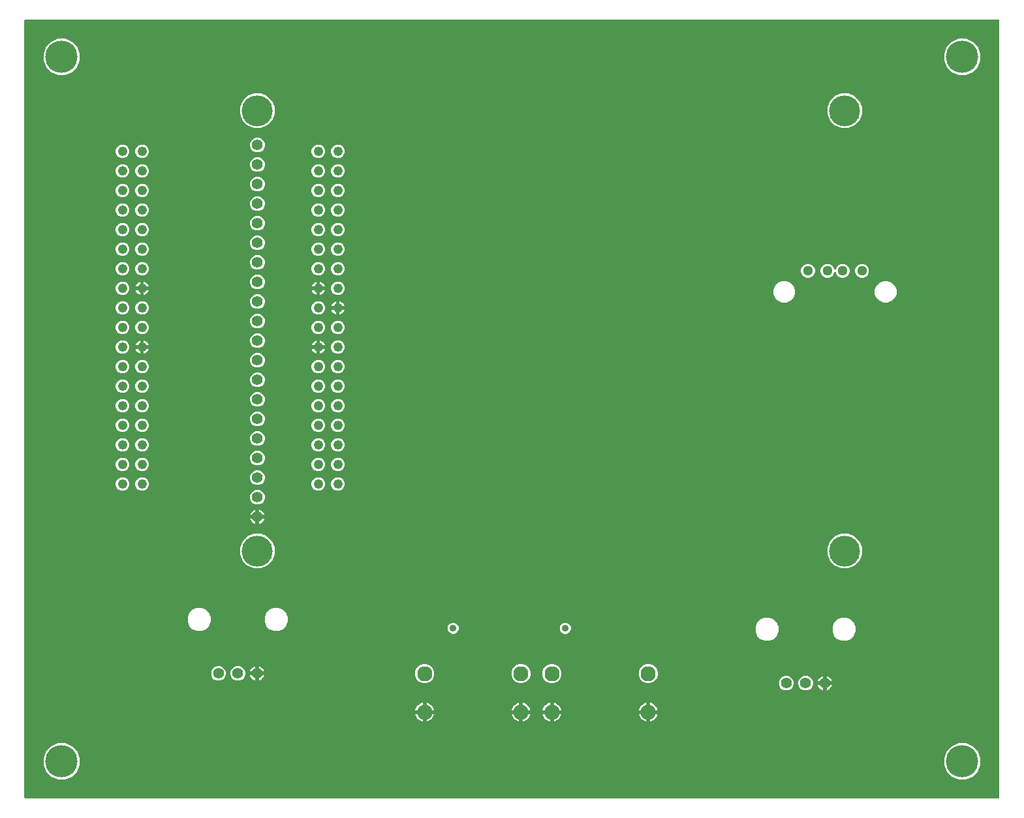
<source format=gbr>
G04 EAGLE Gerber RS-274X export*
G75*
%MOMM*%
%FSLAX34Y34*%
%LPD*%
%INCopper Layer 2*%
%IPPOS*%
%AMOC8*
5,1,8,0,0,1.08239X$1,22.5*%
G01*
%ADD10C,1.400000*%
%ADD11C,1.960000*%
%ADD12C,1.288000*%
%ADD13C,1.244600*%
%ADD14C,4.016000*%
%ADD15C,4.191000*%
%ADD16C,0.914400*%

G36*
X1266308Y2556D02*
X1266308Y2556D01*
X1266427Y2563D01*
X1266465Y2576D01*
X1266506Y2581D01*
X1266616Y2624D01*
X1266729Y2661D01*
X1266764Y2683D01*
X1266801Y2698D01*
X1266897Y2767D01*
X1266998Y2831D01*
X1267026Y2861D01*
X1267059Y2884D01*
X1267135Y2976D01*
X1267216Y3063D01*
X1267236Y3098D01*
X1267261Y3129D01*
X1267312Y3237D01*
X1267370Y3341D01*
X1267380Y3381D01*
X1267397Y3417D01*
X1267419Y3534D01*
X1267449Y3649D01*
X1267453Y3709D01*
X1267457Y3729D01*
X1267455Y3750D01*
X1267459Y3810D01*
X1267459Y1012190D01*
X1267444Y1012308D01*
X1267437Y1012427D01*
X1267424Y1012465D01*
X1267419Y1012506D01*
X1267376Y1012616D01*
X1267339Y1012729D01*
X1267317Y1012764D01*
X1267302Y1012801D01*
X1267233Y1012897D01*
X1267169Y1012998D01*
X1267139Y1013026D01*
X1267116Y1013059D01*
X1267024Y1013135D01*
X1266937Y1013216D01*
X1266902Y1013236D01*
X1266871Y1013261D01*
X1266763Y1013312D01*
X1266659Y1013370D01*
X1266619Y1013380D01*
X1266583Y1013397D01*
X1266466Y1013419D01*
X1266351Y1013449D01*
X1266291Y1013453D01*
X1266271Y1013457D01*
X1266250Y1013455D01*
X1266190Y1013459D01*
X3810Y1013459D01*
X3692Y1013444D01*
X3573Y1013437D01*
X3535Y1013424D01*
X3494Y1013419D01*
X3384Y1013376D01*
X3271Y1013339D01*
X3236Y1013317D01*
X3199Y1013302D01*
X3103Y1013233D01*
X3002Y1013169D01*
X2974Y1013139D01*
X2941Y1013116D01*
X2865Y1013024D01*
X2784Y1012937D01*
X2764Y1012902D01*
X2739Y1012871D01*
X2688Y1012763D01*
X2630Y1012659D01*
X2620Y1012619D01*
X2603Y1012583D01*
X2581Y1012466D01*
X2551Y1012351D01*
X2547Y1012291D01*
X2543Y1012271D01*
X2545Y1012250D01*
X2541Y1012190D01*
X2541Y3810D01*
X2556Y3692D01*
X2563Y3573D01*
X2576Y3535D01*
X2581Y3494D01*
X2624Y3384D01*
X2661Y3271D01*
X2683Y3236D01*
X2698Y3199D01*
X2767Y3103D01*
X2831Y3002D01*
X2861Y2974D01*
X2884Y2941D01*
X2976Y2865D01*
X3063Y2784D01*
X3098Y2764D01*
X3129Y2739D01*
X3237Y2688D01*
X3341Y2630D01*
X3381Y2620D01*
X3417Y2603D01*
X3534Y2581D01*
X3649Y2551D01*
X3709Y2547D01*
X3729Y2543D01*
X3750Y2545D01*
X3810Y2541D01*
X1266190Y2541D01*
X1266308Y2556D01*
G37*
%LPC*%
G36*
X1214526Y941704D02*
X1214526Y941704D01*
X1205891Y945281D01*
X1199281Y951891D01*
X1195704Y960526D01*
X1195704Y969874D01*
X1199281Y978509D01*
X1205891Y985119D01*
X1214526Y988696D01*
X1223874Y988696D01*
X1232509Y985119D01*
X1239119Y978509D01*
X1242696Y969874D01*
X1242696Y960526D01*
X1239119Y951891D01*
X1232509Y945281D01*
X1223874Y941704D01*
X1214526Y941704D01*
G37*
%LPD*%
%LPC*%
G36*
X46126Y941704D02*
X46126Y941704D01*
X37491Y945281D01*
X30881Y951891D01*
X27304Y960526D01*
X27304Y969874D01*
X30881Y978509D01*
X37491Y985119D01*
X46126Y988696D01*
X55474Y988696D01*
X64109Y985119D01*
X70719Y978509D01*
X74296Y969874D01*
X74296Y960526D01*
X70719Y951891D01*
X64109Y945281D01*
X55474Y941704D01*
X46126Y941704D01*
G37*
%LPD*%
%LPC*%
G36*
X1214526Y27304D02*
X1214526Y27304D01*
X1205891Y30881D01*
X1199281Y37491D01*
X1195704Y46126D01*
X1195704Y55474D01*
X1199281Y64109D01*
X1205891Y70719D01*
X1214526Y74296D01*
X1223874Y74296D01*
X1232509Y70719D01*
X1239119Y64109D01*
X1242696Y55474D01*
X1242696Y46126D01*
X1239119Y37491D01*
X1232509Y30881D01*
X1223874Y27304D01*
X1214526Y27304D01*
G37*
%LPD*%
%LPC*%
G36*
X46126Y27304D02*
X46126Y27304D01*
X37491Y30881D01*
X30881Y37491D01*
X27304Y46126D01*
X27304Y55474D01*
X30881Y64109D01*
X37491Y70719D01*
X46126Y74296D01*
X55474Y74296D01*
X64109Y70719D01*
X70719Y64109D01*
X74296Y55474D01*
X74296Y46126D01*
X70719Y37491D01*
X64109Y30881D01*
X55474Y27304D01*
X46126Y27304D01*
G37*
%LPD*%
%LPC*%
G36*
X1062300Y872729D02*
X1062300Y872729D01*
X1053986Y876173D01*
X1047623Y882536D01*
X1044179Y890850D01*
X1044179Y899850D01*
X1047623Y908164D01*
X1053986Y914527D01*
X1062300Y917971D01*
X1071300Y917971D01*
X1079614Y914527D01*
X1085977Y908164D01*
X1089421Y899850D01*
X1089421Y890850D01*
X1085977Y882536D01*
X1079614Y876173D01*
X1071300Y872729D01*
X1062300Y872729D01*
G37*
%LPD*%
%LPC*%
G36*
X300300Y872729D02*
X300300Y872729D01*
X291986Y876173D01*
X285623Y882536D01*
X282179Y890850D01*
X282179Y899850D01*
X285623Y908164D01*
X291986Y914527D01*
X300300Y917971D01*
X309300Y917971D01*
X317614Y914527D01*
X323977Y908164D01*
X327421Y899850D01*
X327421Y890850D01*
X323977Y882536D01*
X317614Y876173D01*
X309300Y872729D01*
X300300Y872729D01*
G37*
%LPD*%
%LPC*%
G36*
X300300Y301229D02*
X300300Y301229D01*
X291986Y304673D01*
X285623Y311036D01*
X282179Y319350D01*
X282179Y328350D01*
X285623Y336664D01*
X291986Y343027D01*
X300300Y346471D01*
X309300Y346471D01*
X317614Y343027D01*
X323977Y336664D01*
X327421Y328350D01*
X327421Y319350D01*
X323977Y311036D01*
X317614Y304673D01*
X309300Y301229D01*
X300300Y301229D01*
G37*
%LPD*%
%LPC*%
G36*
X1062300Y301229D02*
X1062300Y301229D01*
X1053986Y304673D01*
X1047623Y311036D01*
X1044179Y319350D01*
X1044179Y328350D01*
X1047623Y336664D01*
X1053986Y343027D01*
X1062300Y346471D01*
X1071300Y346471D01*
X1079614Y343027D01*
X1085977Y336664D01*
X1089421Y328350D01*
X1089421Y319350D01*
X1085977Y311036D01*
X1079614Y304673D01*
X1071300Y301229D01*
X1062300Y301229D01*
G37*
%LPD*%
%LPC*%
G36*
X326408Y220059D02*
X326408Y220059D01*
X320880Y222349D01*
X316649Y226580D01*
X314359Y232108D01*
X314359Y238092D01*
X316649Y243620D01*
X320880Y247851D01*
X326408Y250141D01*
X332392Y250141D01*
X337920Y247851D01*
X342151Y243620D01*
X344441Y238092D01*
X344441Y232108D01*
X342151Y226580D01*
X337920Y222349D01*
X332392Y220059D01*
X326408Y220059D01*
G37*
%LPD*%
%LPC*%
G36*
X963008Y207359D02*
X963008Y207359D01*
X957480Y209649D01*
X953249Y213880D01*
X950959Y219408D01*
X950959Y225392D01*
X953249Y230920D01*
X957480Y235151D01*
X963008Y237441D01*
X968992Y237441D01*
X974520Y235151D01*
X978751Y230920D01*
X981041Y225392D01*
X981041Y219408D01*
X978751Y213880D01*
X974520Y209649D01*
X968992Y207359D01*
X963008Y207359D01*
G37*
%LPD*%
%LPC*%
G36*
X1063008Y207359D02*
X1063008Y207359D01*
X1057480Y209649D01*
X1053249Y213880D01*
X1050959Y219408D01*
X1050959Y225392D01*
X1053249Y230920D01*
X1057480Y235151D01*
X1063008Y237441D01*
X1068992Y237441D01*
X1074520Y235151D01*
X1078751Y230920D01*
X1081041Y225392D01*
X1081041Y219408D01*
X1078751Y213880D01*
X1074520Y209649D01*
X1068992Y207359D01*
X1063008Y207359D01*
G37*
%LPD*%
%LPC*%
G36*
X226408Y220059D02*
X226408Y220059D01*
X220880Y222349D01*
X216649Y226580D01*
X214359Y232108D01*
X214359Y238092D01*
X216649Y243620D01*
X220880Y247851D01*
X226408Y250141D01*
X232392Y250141D01*
X237920Y247851D01*
X242151Y243620D01*
X244441Y238092D01*
X244441Y232108D01*
X242151Y226580D01*
X237920Y222349D01*
X232392Y220059D01*
X226408Y220059D01*
G37*
%LPD*%
%LPC*%
G36*
X1117007Y646259D02*
X1117007Y646259D01*
X1111847Y648397D01*
X1107897Y652347D01*
X1105759Y657507D01*
X1105759Y663093D01*
X1107897Y668253D01*
X1111847Y672203D01*
X1117007Y674341D01*
X1122593Y674341D01*
X1127753Y672203D01*
X1131703Y668253D01*
X1133841Y663093D01*
X1133841Y657507D01*
X1131703Y652347D01*
X1127753Y648397D01*
X1122593Y646259D01*
X1117007Y646259D01*
G37*
%LPD*%
%LPC*%
G36*
X985607Y646259D02*
X985607Y646259D01*
X980447Y648397D01*
X976497Y652347D01*
X974359Y657507D01*
X974359Y663093D01*
X976497Y668253D01*
X980447Y672203D01*
X985607Y674341D01*
X991193Y674341D01*
X996353Y672203D01*
X1000303Y668253D01*
X1002441Y663093D01*
X1002441Y657507D01*
X1000303Y652347D01*
X996353Y648397D01*
X991193Y646259D01*
X985607Y646259D01*
G37*
%LPD*%
%LPC*%
G36*
X1042314Y678419D02*
X1042314Y678419D01*
X1039013Y679786D01*
X1036486Y682313D01*
X1035119Y685614D01*
X1035119Y689186D01*
X1036486Y692487D01*
X1039013Y695014D01*
X1042314Y696381D01*
X1045886Y696381D01*
X1049187Y695014D01*
X1051714Y692487D01*
X1052927Y689557D01*
X1052996Y689436D01*
X1053061Y689313D01*
X1053075Y689298D01*
X1053085Y689280D01*
X1053182Y689180D01*
X1053275Y689078D01*
X1053292Y689067D01*
X1053306Y689052D01*
X1053425Y688979D01*
X1053541Y688903D01*
X1053560Y688896D01*
X1053577Y688886D01*
X1053710Y688845D01*
X1053842Y688800D01*
X1053862Y688798D01*
X1053881Y688792D01*
X1054020Y688786D01*
X1054159Y688774D01*
X1054179Y688778D01*
X1054199Y688777D01*
X1054335Y688805D01*
X1054472Y688829D01*
X1054491Y688837D01*
X1054510Y688841D01*
X1054636Y688903D01*
X1054762Y688959D01*
X1054778Y688972D01*
X1054796Y688981D01*
X1054902Y689071D01*
X1055010Y689158D01*
X1055023Y689174D01*
X1055038Y689187D01*
X1055118Y689301D01*
X1055202Y689412D01*
X1055214Y689437D01*
X1055221Y689447D01*
X1055228Y689467D01*
X1055273Y689557D01*
X1056486Y692487D01*
X1059013Y695014D01*
X1062314Y696381D01*
X1065886Y696381D01*
X1069187Y695014D01*
X1071714Y692487D01*
X1073081Y689186D01*
X1073081Y685614D01*
X1071714Y682313D01*
X1069187Y679786D01*
X1065886Y678419D01*
X1062314Y678419D01*
X1059013Y679786D01*
X1056486Y682313D01*
X1055273Y685243D01*
X1055204Y685364D01*
X1055139Y685487D01*
X1055125Y685502D01*
X1055115Y685520D01*
X1055018Y685620D01*
X1054925Y685722D01*
X1054908Y685733D01*
X1054894Y685748D01*
X1054776Y685821D01*
X1054659Y685897D01*
X1054640Y685904D01*
X1054623Y685914D01*
X1054490Y685955D01*
X1054358Y686000D01*
X1054338Y686002D01*
X1054319Y686008D01*
X1054180Y686014D01*
X1054041Y686026D01*
X1054021Y686022D01*
X1054001Y686023D01*
X1053865Y685995D01*
X1053728Y685971D01*
X1053710Y685963D01*
X1053690Y685959D01*
X1053564Y685897D01*
X1053438Y685841D01*
X1053422Y685828D01*
X1053404Y685819D01*
X1053298Y685728D01*
X1053190Y685642D01*
X1053177Y685626D01*
X1053162Y685613D01*
X1053082Y685498D01*
X1052998Y685388D01*
X1052986Y685363D01*
X1052979Y685353D01*
X1052972Y685333D01*
X1052927Y685243D01*
X1051714Y682313D01*
X1049187Y679786D01*
X1045886Y678419D01*
X1042314Y678419D01*
G37*
%LPD*%
%LPC*%
G36*
X809345Y152359D02*
X809345Y152359D01*
X804810Y154238D01*
X801338Y157710D01*
X799459Y162245D01*
X799459Y167155D01*
X801338Y171690D01*
X804810Y175162D01*
X809345Y177041D01*
X814255Y177041D01*
X818790Y175162D01*
X822262Y171690D01*
X824141Y167155D01*
X824141Y162245D01*
X822262Y157710D01*
X818790Y154238D01*
X814255Y152359D01*
X809345Y152359D01*
G37*
%LPD*%
%LPC*%
G36*
X519245Y152359D02*
X519245Y152359D01*
X514710Y154238D01*
X511238Y157710D01*
X509359Y162245D01*
X509359Y167155D01*
X511238Y171690D01*
X514710Y175162D01*
X519245Y177041D01*
X524155Y177041D01*
X528690Y175162D01*
X532162Y171690D01*
X534041Y167155D01*
X534041Y162245D01*
X532162Y157710D01*
X528690Y154238D01*
X524155Y152359D01*
X519245Y152359D01*
G37*
%LPD*%
%LPC*%
G36*
X644245Y152359D02*
X644245Y152359D01*
X639710Y154238D01*
X636238Y157710D01*
X634359Y162245D01*
X634359Y167155D01*
X636238Y171690D01*
X639710Y175162D01*
X644245Y177041D01*
X649155Y177041D01*
X653690Y175162D01*
X657162Y171690D01*
X659041Y167155D01*
X659041Y162245D01*
X657162Y157710D01*
X653690Y154238D01*
X649155Y152359D01*
X644245Y152359D01*
G37*
%LPD*%
%LPC*%
G36*
X684345Y152359D02*
X684345Y152359D01*
X679810Y154238D01*
X676338Y157710D01*
X674459Y162245D01*
X674459Y167155D01*
X676338Y171690D01*
X679810Y175162D01*
X684345Y177041D01*
X689255Y177041D01*
X693790Y175162D01*
X697262Y171690D01*
X699141Y167155D01*
X699141Y162245D01*
X697262Y157710D01*
X693790Y154238D01*
X689255Y152359D01*
X684345Y152359D01*
G37*
%LPD*%
%LPC*%
G36*
X302902Y841359D02*
X302902Y841359D01*
X299396Y842812D01*
X296712Y845496D01*
X295259Y849002D01*
X295259Y852798D01*
X296712Y856304D01*
X299396Y858988D01*
X302902Y860441D01*
X306698Y860441D01*
X310204Y858988D01*
X312888Y856304D01*
X314341Y852798D01*
X314341Y849002D01*
X312888Y845496D01*
X310204Y842812D01*
X306698Y841359D01*
X302902Y841359D01*
G37*
%LPD*%
%LPC*%
G36*
X302902Y688959D02*
X302902Y688959D01*
X299396Y690412D01*
X296712Y693096D01*
X295259Y696602D01*
X295259Y700398D01*
X296712Y703904D01*
X299396Y706588D01*
X302902Y708041D01*
X306698Y708041D01*
X310204Y706588D01*
X312888Y703904D01*
X314341Y700398D01*
X314341Y696602D01*
X312888Y693096D01*
X310204Y690412D01*
X306698Y688959D01*
X302902Y688959D01*
G37*
%LPD*%
%LPC*%
G36*
X302902Y561959D02*
X302902Y561959D01*
X299396Y563412D01*
X296712Y566096D01*
X295259Y569602D01*
X295259Y573398D01*
X296712Y576904D01*
X299396Y579588D01*
X302902Y581041D01*
X306698Y581041D01*
X310204Y579588D01*
X312888Y576904D01*
X314341Y573398D01*
X314341Y569602D01*
X312888Y566096D01*
X310204Y563412D01*
X306698Y561959D01*
X302902Y561959D01*
G37*
%LPD*%
%LPC*%
G36*
X302902Y384159D02*
X302902Y384159D01*
X299396Y385612D01*
X296712Y388296D01*
X295259Y391802D01*
X295259Y395598D01*
X296712Y399104D01*
X299396Y401788D01*
X302902Y403241D01*
X306698Y403241D01*
X310204Y401788D01*
X312888Y399104D01*
X314341Y395598D01*
X314341Y391802D01*
X312888Y388296D01*
X310204Y385612D01*
X306698Y384159D01*
X302902Y384159D01*
G37*
%LPD*%
%LPC*%
G36*
X302902Y815959D02*
X302902Y815959D01*
X299396Y817412D01*
X296712Y820096D01*
X295259Y823602D01*
X295259Y827398D01*
X296712Y830904D01*
X299396Y833588D01*
X302902Y835041D01*
X306698Y835041D01*
X310204Y833588D01*
X312888Y830904D01*
X314341Y827398D01*
X314341Y823602D01*
X312888Y820096D01*
X310204Y817412D01*
X306698Y815959D01*
X302902Y815959D01*
G37*
%LPD*%
%LPC*%
G36*
X302902Y536559D02*
X302902Y536559D01*
X299396Y538012D01*
X296712Y540696D01*
X295259Y544202D01*
X295259Y547998D01*
X296712Y551504D01*
X299396Y554188D01*
X302902Y555641D01*
X306698Y555641D01*
X310204Y554188D01*
X312888Y551504D01*
X314341Y547998D01*
X314341Y544202D01*
X312888Y540696D01*
X310204Y538012D01*
X306698Y536559D01*
X302902Y536559D01*
G37*
%LPD*%
%LPC*%
G36*
X302902Y765159D02*
X302902Y765159D01*
X299396Y766612D01*
X296712Y769296D01*
X295259Y772802D01*
X295259Y776598D01*
X296712Y780104D01*
X299396Y782788D01*
X302902Y784241D01*
X306698Y784241D01*
X310204Y782788D01*
X312888Y780104D01*
X314341Y776598D01*
X314341Y772802D01*
X312888Y769296D01*
X310204Y766612D01*
X306698Y765159D01*
X302902Y765159D01*
G37*
%LPD*%
%LPC*%
G36*
X302902Y612759D02*
X302902Y612759D01*
X299396Y614212D01*
X296712Y616896D01*
X295259Y620402D01*
X295259Y624198D01*
X296712Y627704D01*
X299396Y630388D01*
X302902Y631841D01*
X306698Y631841D01*
X310204Y630388D01*
X312888Y627704D01*
X314341Y624198D01*
X314341Y620402D01*
X312888Y616896D01*
X310204Y614212D01*
X306698Y612759D01*
X302902Y612759D01*
G37*
%LPD*%
%LPC*%
G36*
X302902Y790559D02*
X302902Y790559D01*
X299396Y792012D01*
X296712Y794696D01*
X295259Y798202D01*
X295259Y801998D01*
X296712Y805504D01*
X299396Y808188D01*
X302902Y809641D01*
X306698Y809641D01*
X310204Y808188D01*
X312888Y805504D01*
X314341Y801998D01*
X314341Y798202D01*
X312888Y794696D01*
X310204Y792012D01*
X306698Y790559D01*
X302902Y790559D01*
G37*
%LPD*%
%LPC*%
G36*
X302902Y663559D02*
X302902Y663559D01*
X299396Y665012D01*
X296712Y667696D01*
X295259Y671202D01*
X295259Y674998D01*
X296712Y678504D01*
X299396Y681188D01*
X302902Y682641D01*
X306698Y682641D01*
X310204Y681188D01*
X312888Y678504D01*
X314341Y674998D01*
X314341Y671202D01*
X312888Y667696D01*
X310204Y665012D01*
X306698Y663559D01*
X302902Y663559D01*
G37*
%LPD*%
%LPC*%
G36*
X302902Y409559D02*
X302902Y409559D01*
X299396Y411012D01*
X296712Y413696D01*
X295259Y417202D01*
X295259Y420998D01*
X296712Y424504D01*
X299396Y427188D01*
X302902Y428641D01*
X306698Y428641D01*
X310204Y427188D01*
X312888Y424504D01*
X314341Y420998D01*
X314341Y417202D01*
X312888Y413696D01*
X310204Y411012D01*
X306698Y409559D01*
X302902Y409559D01*
G37*
%LPD*%
%LPC*%
G36*
X302902Y434959D02*
X302902Y434959D01*
X299396Y436412D01*
X296712Y439096D01*
X295259Y442602D01*
X295259Y446398D01*
X296712Y449904D01*
X299396Y452588D01*
X302902Y454041D01*
X306698Y454041D01*
X310204Y452588D01*
X312888Y449904D01*
X314341Y446398D01*
X314341Y442602D01*
X312888Y439096D01*
X310204Y436412D01*
X306698Y434959D01*
X302902Y434959D01*
G37*
%LPD*%
%LPC*%
G36*
X302902Y460359D02*
X302902Y460359D01*
X299396Y461812D01*
X296712Y464496D01*
X295259Y468002D01*
X295259Y471798D01*
X296712Y475304D01*
X299396Y477988D01*
X302902Y479441D01*
X306698Y479441D01*
X310204Y477988D01*
X312888Y475304D01*
X314341Y471798D01*
X314341Y468002D01*
X312888Y464496D01*
X310204Y461812D01*
X306698Y460359D01*
X302902Y460359D01*
G37*
%LPD*%
%LPC*%
G36*
X989102Y142859D02*
X989102Y142859D01*
X985596Y144312D01*
X982912Y146996D01*
X981459Y150502D01*
X981459Y154298D01*
X982912Y157804D01*
X985596Y160488D01*
X989102Y161941D01*
X992898Y161941D01*
X996404Y160488D01*
X999088Y157804D01*
X1000541Y154298D01*
X1000541Y150502D01*
X999088Y146996D01*
X996404Y144312D01*
X992898Y142859D01*
X989102Y142859D01*
G37*
%LPD*%
%LPC*%
G36*
X1014102Y142859D02*
X1014102Y142859D01*
X1010596Y144312D01*
X1007912Y146996D01*
X1006459Y150502D01*
X1006459Y154298D01*
X1007912Y157804D01*
X1010596Y160488D01*
X1014102Y161941D01*
X1017898Y161941D01*
X1021404Y160488D01*
X1024088Y157804D01*
X1025541Y154298D01*
X1025541Y150502D01*
X1024088Y146996D01*
X1021404Y144312D01*
X1017898Y142859D01*
X1014102Y142859D01*
G37*
%LPD*%
%LPC*%
G36*
X252502Y155559D02*
X252502Y155559D01*
X248996Y157012D01*
X246312Y159696D01*
X244859Y163202D01*
X244859Y166998D01*
X246312Y170504D01*
X248996Y173188D01*
X252502Y174641D01*
X256298Y174641D01*
X259804Y173188D01*
X262488Y170504D01*
X263941Y166998D01*
X263941Y163202D01*
X262488Y159696D01*
X259804Y157012D01*
X256298Y155559D01*
X252502Y155559D01*
G37*
%LPD*%
%LPC*%
G36*
X302902Y739759D02*
X302902Y739759D01*
X299396Y741212D01*
X296712Y743896D01*
X295259Y747402D01*
X295259Y751198D01*
X296712Y754704D01*
X299396Y757388D01*
X302902Y758841D01*
X306698Y758841D01*
X310204Y757388D01*
X312888Y754704D01*
X314341Y751198D01*
X314341Y747402D01*
X312888Y743896D01*
X310204Y741212D01*
X306698Y739759D01*
X302902Y739759D01*
G37*
%LPD*%
%LPC*%
G36*
X277502Y155559D02*
X277502Y155559D01*
X273996Y157012D01*
X271312Y159696D01*
X269859Y163202D01*
X269859Y166998D01*
X271312Y170504D01*
X273996Y173188D01*
X277502Y174641D01*
X281298Y174641D01*
X284804Y173188D01*
X287488Y170504D01*
X288941Y166998D01*
X288941Y163202D01*
X287488Y159696D01*
X284804Y157012D01*
X281298Y155559D01*
X277502Y155559D01*
G37*
%LPD*%
%LPC*%
G36*
X302902Y714359D02*
X302902Y714359D01*
X299396Y715812D01*
X296712Y718496D01*
X295259Y722002D01*
X295259Y725798D01*
X296712Y729304D01*
X299396Y731988D01*
X302902Y733441D01*
X306698Y733441D01*
X310204Y731988D01*
X312888Y729304D01*
X314341Y725798D01*
X314341Y722002D01*
X312888Y718496D01*
X310204Y715812D01*
X306698Y714359D01*
X302902Y714359D01*
G37*
%LPD*%
%LPC*%
G36*
X302902Y638159D02*
X302902Y638159D01*
X299396Y639612D01*
X296712Y642296D01*
X295259Y645802D01*
X295259Y649598D01*
X296712Y653104D01*
X299396Y655788D01*
X302902Y657241D01*
X306698Y657241D01*
X310204Y655788D01*
X312888Y653104D01*
X314341Y649598D01*
X314341Y645802D01*
X312888Y642296D01*
X310204Y639612D01*
X306698Y638159D01*
X302902Y638159D01*
G37*
%LPD*%
%LPC*%
G36*
X302902Y485759D02*
X302902Y485759D01*
X299396Y487212D01*
X296712Y489896D01*
X295259Y493402D01*
X295259Y497198D01*
X296712Y500704D01*
X299396Y503388D01*
X302902Y504841D01*
X306698Y504841D01*
X310204Y503388D01*
X312888Y500704D01*
X314341Y497198D01*
X314341Y493402D01*
X312888Y489896D01*
X310204Y487212D01*
X306698Y485759D01*
X302902Y485759D01*
G37*
%LPD*%
%LPC*%
G36*
X302902Y587359D02*
X302902Y587359D01*
X299396Y588812D01*
X296712Y591496D01*
X295259Y595002D01*
X295259Y598798D01*
X296712Y602304D01*
X299396Y604988D01*
X302902Y606441D01*
X306698Y606441D01*
X310204Y604988D01*
X312888Y602304D01*
X314341Y598798D01*
X314341Y595002D01*
X312888Y591496D01*
X310204Y588812D01*
X306698Y587359D01*
X302902Y587359D01*
G37*
%LPD*%
%LPC*%
G36*
X302902Y511159D02*
X302902Y511159D01*
X299396Y512612D01*
X296712Y515296D01*
X295259Y518802D01*
X295259Y522598D01*
X296712Y526104D01*
X299396Y528788D01*
X302902Y530241D01*
X306698Y530241D01*
X310204Y528788D01*
X312888Y526104D01*
X314341Y522598D01*
X314341Y518802D01*
X312888Y515296D01*
X310204Y512612D01*
X306698Y511159D01*
X302902Y511159D01*
G37*
%LPD*%
%LPC*%
G36*
X1017314Y678419D02*
X1017314Y678419D01*
X1014013Y679786D01*
X1011486Y682313D01*
X1010119Y685614D01*
X1010119Y689186D01*
X1011486Y692487D01*
X1014013Y695014D01*
X1017314Y696381D01*
X1020886Y696381D01*
X1024187Y695014D01*
X1026714Y692487D01*
X1028081Y689186D01*
X1028081Y685614D01*
X1026714Y682313D01*
X1024187Y679786D01*
X1020886Y678419D01*
X1017314Y678419D01*
G37*
%LPD*%
%LPC*%
G36*
X1087314Y678419D02*
X1087314Y678419D01*
X1084013Y679786D01*
X1081486Y682313D01*
X1080119Y685614D01*
X1080119Y689186D01*
X1081486Y692487D01*
X1084013Y695014D01*
X1087314Y696381D01*
X1090886Y696381D01*
X1094187Y695014D01*
X1096714Y692487D01*
X1098081Y689186D01*
X1098081Y685614D01*
X1096714Y682313D01*
X1094187Y679786D01*
X1090886Y678419D01*
X1087314Y678419D01*
G37*
%LPD*%
%LPC*%
G36*
X407457Y833836D02*
X407457Y833836D01*
X404236Y835170D01*
X401770Y837636D01*
X400436Y840857D01*
X400436Y844343D01*
X401770Y847564D01*
X404236Y850030D01*
X407457Y851364D01*
X410943Y851364D01*
X414164Y850030D01*
X416630Y847564D01*
X417964Y844343D01*
X417964Y840857D01*
X416630Y837636D01*
X414164Y835170D01*
X410943Y833836D01*
X407457Y833836D01*
G37*
%LPD*%
%LPC*%
G36*
X382057Y833836D02*
X382057Y833836D01*
X378836Y835170D01*
X376370Y837636D01*
X375036Y840857D01*
X375036Y844343D01*
X376370Y847564D01*
X378836Y850030D01*
X382057Y851364D01*
X385543Y851364D01*
X388764Y850030D01*
X391230Y847564D01*
X392564Y844343D01*
X392564Y840857D01*
X391230Y837636D01*
X388764Y835170D01*
X385543Y833836D01*
X382057Y833836D01*
G37*
%LPD*%
%LPC*%
G36*
X153457Y833836D02*
X153457Y833836D01*
X150236Y835170D01*
X147770Y837636D01*
X146436Y840857D01*
X146436Y844343D01*
X147770Y847564D01*
X150236Y850030D01*
X153457Y851364D01*
X156943Y851364D01*
X160164Y850030D01*
X162630Y847564D01*
X163964Y844343D01*
X163964Y840857D01*
X162630Y837636D01*
X160164Y835170D01*
X156943Y833836D01*
X153457Y833836D01*
G37*
%LPD*%
%LPC*%
G36*
X128057Y833836D02*
X128057Y833836D01*
X124836Y835170D01*
X122370Y837636D01*
X121036Y840857D01*
X121036Y844343D01*
X122370Y847564D01*
X124836Y850030D01*
X128057Y851364D01*
X131543Y851364D01*
X134764Y850030D01*
X137230Y847564D01*
X138564Y844343D01*
X138564Y840857D01*
X137230Y837636D01*
X134764Y835170D01*
X131543Y833836D01*
X128057Y833836D01*
G37*
%LPD*%
%LPC*%
G36*
X407457Y808436D02*
X407457Y808436D01*
X404236Y809770D01*
X401770Y812236D01*
X400436Y815457D01*
X400436Y818943D01*
X401770Y822164D01*
X404236Y824630D01*
X407457Y825964D01*
X410943Y825964D01*
X414164Y824630D01*
X416630Y822164D01*
X417964Y818943D01*
X417964Y815457D01*
X416630Y812236D01*
X414164Y809770D01*
X410943Y808436D01*
X407457Y808436D01*
G37*
%LPD*%
%LPC*%
G36*
X382057Y808436D02*
X382057Y808436D01*
X378836Y809770D01*
X376370Y812236D01*
X375036Y815457D01*
X375036Y818943D01*
X376370Y822164D01*
X378836Y824630D01*
X382057Y825964D01*
X385543Y825964D01*
X388764Y824630D01*
X391230Y822164D01*
X392564Y818943D01*
X392564Y815457D01*
X391230Y812236D01*
X388764Y809770D01*
X385543Y808436D01*
X382057Y808436D01*
G37*
%LPD*%
%LPC*%
G36*
X153457Y808436D02*
X153457Y808436D01*
X150236Y809770D01*
X147770Y812236D01*
X146436Y815457D01*
X146436Y818943D01*
X147770Y822164D01*
X150236Y824630D01*
X153457Y825964D01*
X156943Y825964D01*
X160164Y824630D01*
X162630Y822164D01*
X163964Y818943D01*
X163964Y815457D01*
X162630Y812236D01*
X160164Y809770D01*
X156943Y808436D01*
X153457Y808436D01*
G37*
%LPD*%
%LPC*%
G36*
X128057Y808436D02*
X128057Y808436D01*
X124836Y809770D01*
X122370Y812236D01*
X121036Y815457D01*
X121036Y818943D01*
X122370Y822164D01*
X124836Y824630D01*
X128057Y825964D01*
X131543Y825964D01*
X134764Y824630D01*
X137230Y822164D01*
X138564Y818943D01*
X138564Y815457D01*
X137230Y812236D01*
X134764Y809770D01*
X131543Y808436D01*
X128057Y808436D01*
G37*
%LPD*%
%LPC*%
G36*
X153457Y783036D02*
X153457Y783036D01*
X150236Y784370D01*
X147770Y786836D01*
X146436Y790057D01*
X146436Y793543D01*
X147770Y796764D01*
X150236Y799230D01*
X153457Y800564D01*
X156943Y800564D01*
X160164Y799230D01*
X162630Y796764D01*
X163964Y793543D01*
X163964Y790057D01*
X162630Y786836D01*
X160164Y784370D01*
X156943Y783036D01*
X153457Y783036D01*
G37*
%LPD*%
%LPC*%
G36*
X128057Y783036D02*
X128057Y783036D01*
X124836Y784370D01*
X122370Y786836D01*
X121036Y790057D01*
X121036Y793543D01*
X122370Y796764D01*
X124836Y799230D01*
X128057Y800564D01*
X131543Y800564D01*
X134764Y799230D01*
X137230Y796764D01*
X138564Y793543D01*
X138564Y790057D01*
X137230Y786836D01*
X134764Y784370D01*
X131543Y783036D01*
X128057Y783036D01*
G37*
%LPD*%
%LPC*%
G36*
X407457Y783036D02*
X407457Y783036D01*
X404236Y784370D01*
X401770Y786836D01*
X400436Y790057D01*
X400436Y793543D01*
X401770Y796764D01*
X404236Y799230D01*
X407457Y800564D01*
X410943Y800564D01*
X414164Y799230D01*
X416630Y796764D01*
X417964Y793543D01*
X417964Y790057D01*
X416630Y786836D01*
X414164Y784370D01*
X410943Y783036D01*
X407457Y783036D01*
G37*
%LPD*%
%LPC*%
G36*
X382057Y783036D02*
X382057Y783036D01*
X378836Y784370D01*
X376370Y786836D01*
X375036Y790057D01*
X375036Y793543D01*
X376370Y796764D01*
X378836Y799230D01*
X382057Y800564D01*
X385543Y800564D01*
X388764Y799230D01*
X391230Y796764D01*
X392564Y793543D01*
X392564Y790057D01*
X391230Y786836D01*
X388764Y784370D01*
X385543Y783036D01*
X382057Y783036D01*
G37*
%LPD*%
%LPC*%
G36*
X407457Y757636D02*
X407457Y757636D01*
X404236Y758970D01*
X401770Y761436D01*
X400436Y764657D01*
X400436Y768143D01*
X401770Y771364D01*
X404236Y773830D01*
X407457Y775164D01*
X410943Y775164D01*
X414164Y773830D01*
X416630Y771364D01*
X417964Y768143D01*
X417964Y764657D01*
X416630Y761436D01*
X414164Y758970D01*
X410943Y757636D01*
X407457Y757636D01*
G37*
%LPD*%
%LPC*%
G36*
X382057Y757636D02*
X382057Y757636D01*
X378836Y758970D01*
X376370Y761436D01*
X375036Y764657D01*
X375036Y768143D01*
X376370Y771364D01*
X378836Y773830D01*
X382057Y775164D01*
X385543Y775164D01*
X388764Y773830D01*
X391230Y771364D01*
X392564Y768143D01*
X392564Y764657D01*
X391230Y761436D01*
X388764Y758970D01*
X385543Y757636D01*
X382057Y757636D01*
G37*
%LPD*%
%LPC*%
G36*
X153457Y757636D02*
X153457Y757636D01*
X150236Y758970D01*
X147770Y761436D01*
X146436Y764657D01*
X146436Y768143D01*
X147770Y771364D01*
X150236Y773830D01*
X153457Y775164D01*
X156943Y775164D01*
X160164Y773830D01*
X162630Y771364D01*
X163964Y768143D01*
X163964Y764657D01*
X162630Y761436D01*
X160164Y758970D01*
X156943Y757636D01*
X153457Y757636D01*
G37*
%LPD*%
%LPC*%
G36*
X407457Y732236D02*
X407457Y732236D01*
X404236Y733570D01*
X401770Y736036D01*
X400436Y739257D01*
X400436Y742743D01*
X401770Y745964D01*
X404236Y748430D01*
X407457Y749764D01*
X410943Y749764D01*
X414164Y748430D01*
X416630Y745964D01*
X417964Y742743D01*
X417964Y739257D01*
X416630Y736036D01*
X414164Y733570D01*
X410943Y732236D01*
X407457Y732236D01*
G37*
%LPD*%
%LPC*%
G36*
X382057Y732236D02*
X382057Y732236D01*
X378836Y733570D01*
X376370Y736036D01*
X375036Y739257D01*
X375036Y742743D01*
X376370Y745964D01*
X378836Y748430D01*
X382057Y749764D01*
X385543Y749764D01*
X388764Y748430D01*
X391230Y745964D01*
X392564Y742743D01*
X392564Y739257D01*
X391230Y736036D01*
X388764Y733570D01*
X385543Y732236D01*
X382057Y732236D01*
G37*
%LPD*%
%LPC*%
G36*
X153457Y732236D02*
X153457Y732236D01*
X150236Y733570D01*
X147770Y736036D01*
X146436Y739257D01*
X146436Y742743D01*
X147770Y745964D01*
X150236Y748430D01*
X153457Y749764D01*
X156943Y749764D01*
X160164Y748430D01*
X162630Y745964D01*
X163964Y742743D01*
X163964Y739257D01*
X162630Y736036D01*
X160164Y733570D01*
X156943Y732236D01*
X153457Y732236D01*
G37*
%LPD*%
%LPC*%
G36*
X128057Y732236D02*
X128057Y732236D01*
X124836Y733570D01*
X122370Y736036D01*
X121036Y739257D01*
X121036Y742743D01*
X122370Y745964D01*
X124836Y748430D01*
X128057Y749764D01*
X131543Y749764D01*
X134764Y748430D01*
X137230Y745964D01*
X138564Y742743D01*
X138564Y739257D01*
X137230Y736036D01*
X134764Y733570D01*
X131543Y732236D01*
X128057Y732236D01*
G37*
%LPD*%
%LPC*%
G36*
X407457Y706836D02*
X407457Y706836D01*
X404236Y708170D01*
X401770Y710636D01*
X400436Y713857D01*
X400436Y717343D01*
X401770Y720564D01*
X404236Y723030D01*
X407457Y724364D01*
X410943Y724364D01*
X414164Y723030D01*
X416630Y720564D01*
X417964Y717343D01*
X417964Y713857D01*
X416630Y710636D01*
X414164Y708170D01*
X410943Y706836D01*
X407457Y706836D01*
G37*
%LPD*%
%LPC*%
G36*
X382057Y706836D02*
X382057Y706836D01*
X378836Y708170D01*
X376370Y710636D01*
X375036Y713857D01*
X375036Y717343D01*
X376370Y720564D01*
X378836Y723030D01*
X382057Y724364D01*
X385543Y724364D01*
X388764Y723030D01*
X391230Y720564D01*
X392564Y717343D01*
X392564Y713857D01*
X391230Y710636D01*
X388764Y708170D01*
X385543Y706836D01*
X382057Y706836D01*
G37*
%LPD*%
%LPC*%
G36*
X153457Y706836D02*
X153457Y706836D01*
X150236Y708170D01*
X147770Y710636D01*
X146436Y713857D01*
X146436Y717343D01*
X147770Y720564D01*
X150236Y723030D01*
X153457Y724364D01*
X156943Y724364D01*
X160164Y723030D01*
X162630Y720564D01*
X163964Y717343D01*
X163964Y713857D01*
X162630Y710636D01*
X160164Y708170D01*
X156943Y706836D01*
X153457Y706836D01*
G37*
%LPD*%
%LPC*%
G36*
X128057Y706836D02*
X128057Y706836D01*
X124836Y708170D01*
X122370Y710636D01*
X121036Y713857D01*
X121036Y717343D01*
X122370Y720564D01*
X124836Y723030D01*
X128057Y724364D01*
X131543Y724364D01*
X134764Y723030D01*
X137230Y720564D01*
X138564Y717343D01*
X138564Y713857D01*
X137230Y710636D01*
X134764Y708170D01*
X131543Y706836D01*
X128057Y706836D01*
G37*
%LPD*%
%LPC*%
G36*
X153457Y681436D02*
X153457Y681436D01*
X150236Y682770D01*
X147770Y685236D01*
X146436Y688457D01*
X146436Y691943D01*
X147770Y695164D01*
X150236Y697630D01*
X153457Y698964D01*
X156943Y698964D01*
X160164Y697630D01*
X162630Y695164D01*
X163964Y691943D01*
X163964Y688457D01*
X162630Y685236D01*
X160164Y682770D01*
X156943Y681436D01*
X153457Y681436D01*
G37*
%LPD*%
%LPC*%
G36*
X128057Y681436D02*
X128057Y681436D01*
X124836Y682770D01*
X122370Y685236D01*
X121036Y688457D01*
X121036Y691943D01*
X122370Y695164D01*
X124836Y697630D01*
X128057Y698964D01*
X131543Y698964D01*
X134764Y697630D01*
X137230Y695164D01*
X138564Y691943D01*
X138564Y688457D01*
X137230Y685236D01*
X134764Y682770D01*
X131543Y681436D01*
X128057Y681436D01*
G37*
%LPD*%
%LPC*%
G36*
X407457Y681436D02*
X407457Y681436D01*
X404236Y682770D01*
X401770Y685236D01*
X400436Y688457D01*
X400436Y691943D01*
X401770Y695164D01*
X404236Y697630D01*
X407457Y698964D01*
X410943Y698964D01*
X414164Y697630D01*
X416630Y695164D01*
X417964Y691943D01*
X417964Y688457D01*
X416630Y685236D01*
X414164Y682770D01*
X410943Y681436D01*
X407457Y681436D01*
G37*
%LPD*%
%LPC*%
G36*
X382057Y681436D02*
X382057Y681436D01*
X378836Y682770D01*
X376370Y685236D01*
X375036Y688457D01*
X375036Y691943D01*
X376370Y695164D01*
X378836Y697630D01*
X382057Y698964D01*
X385543Y698964D01*
X388764Y697630D01*
X391230Y695164D01*
X392564Y691943D01*
X392564Y688457D01*
X391230Y685236D01*
X388764Y682770D01*
X385543Y681436D01*
X382057Y681436D01*
G37*
%LPD*%
%LPC*%
G36*
X128057Y757636D02*
X128057Y757636D01*
X124836Y758970D01*
X122370Y761436D01*
X121036Y764657D01*
X121036Y768143D01*
X122370Y771364D01*
X124836Y773830D01*
X128057Y775164D01*
X131543Y775164D01*
X134764Y773830D01*
X137230Y771364D01*
X138564Y768143D01*
X138564Y764657D01*
X137230Y761436D01*
X134764Y758970D01*
X131543Y757636D01*
X128057Y757636D01*
G37*
%LPD*%
%LPC*%
G36*
X407457Y656036D02*
X407457Y656036D01*
X404236Y657370D01*
X401770Y659836D01*
X400436Y663057D01*
X400436Y666543D01*
X401770Y669764D01*
X404236Y672230D01*
X407457Y673564D01*
X410943Y673564D01*
X414164Y672230D01*
X416630Y669764D01*
X417964Y666543D01*
X417964Y663057D01*
X416630Y659836D01*
X414164Y657370D01*
X410943Y656036D01*
X407457Y656036D01*
G37*
%LPD*%
%LPC*%
G36*
X128057Y656036D02*
X128057Y656036D01*
X124836Y657370D01*
X122370Y659836D01*
X121036Y663057D01*
X121036Y666543D01*
X122370Y669764D01*
X124836Y672230D01*
X128057Y673564D01*
X131543Y673564D01*
X134764Y672230D01*
X137230Y669764D01*
X138564Y666543D01*
X138564Y663057D01*
X137230Y659836D01*
X134764Y657370D01*
X131543Y656036D01*
X128057Y656036D01*
G37*
%LPD*%
%LPC*%
G36*
X153457Y452836D02*
X153457Y452836D01*
X150236Y454170D01*
X147770Y456636D01*
X146436Y459857D01*
X146436Y463343D01*
X147770Y466564D01*
X150236Y469030D01*
X153457Y470364D01*
X156943Y470364D01*
X160164Y469030D01*
X162630Y466564D01*
X163964Y463343D01*
X163964Y459857D01*
X162630Y456636D01*
X160164Y454170D01*
X156943Y452836D01*
X153457Y452836D01*
G37*
%LPD*%
%LPC*%
G36*
X153457Y630636D02*
X153457Y630636D01*
X150236Y631970D01*
X147770Y634436D01*
X146436Y637657D01*
X146436Y641143D01*
X147770Y644364D01*
X150236Y646830D01*
X153457Y648164D01*
X156943Y648164D01*
X160164Y646830D01*
X162630Y644364D01*
X163964Y641143D01*
X163964Y637657D01*
X162630Y634436D01*
X160164Y631970D01*
X156943Y630636D01*
X153457Y630636D01*
G37*
%LPD*%
%LPC*%
G36*
X128057Y630636D02*
X128057Y630636D01*
X124836Y631970D01*
X122370Y634436D01*
X121036Y637657D01*
X121036Y641143D01*
X122370Y644364D01*
X124836Y646830D01*
X128057Y648164D01*
X131543Y648164D01*
X134764Y646830D01*
X137230Y644364D01*
X138564Y641143D01*
X138564Y637657D01*
X137230Y634436D01*
X134764Y631970D01*
X131543Y630636D01*
X128057Y630636D01*
G37*
%LPD*%
%LPC*%
G36*
X382057Y630636D02*
X382057Y630636D01*
X378836Y631970D01*
X376370Y634436D01*
X375036Y637657D01*
X375036Y641143D01*
X376370Y644364D01*
X378836Y646830D01*
X382057Y648164D01*
X385543Y648164D01*
X388764Y646830D01*
X391230Y644364D01*
X392564Y641143D01*
X392564Y637657D01*
X391230Y634436D01*
X388764Y631970D01*
X385543Y630636D01*
X382057Y630636D01*
G37*
%LPD*%
%LPC*%
G36*
X153457Y554436D02*
X153457Y554436D01*
X150236Y555770D01*
X147770Y558236D01*
X146436Y561457D01*
X146436Y564943D01*
X147770Y568164D01*
X150236Y570630D01*
X153457Y571964D01*
X156943Y571964D01*
X160164Y570630D01*
X162630Y568164D01*
X163964Y564943D01*
X163964Y561457D01*
X162630Y558236D01*
X160164Y555770D01*
X156943Y554436D01*
X153457Y554436D01*
G37*
%LPD*%
%LPC*%
G36*
X407457Y605236D02*
X407457Y605236D01*
X404236Y606570D01*
X401770Y609036D01*
X400436Y612257D01*
X400436Y615743D01*
X401770Y618964D01*
X404236Y621430D01*
X407457Y622764D01*
X410943Y622764D01*
X414164Y621430D01*
X416630Y618964D01*
X417964Y615743D01*
X417964Y612257D01*
X416630Y609036D01*
X414164Y606570D01*
X410943Y605236D01*
X407457Y605236D01*
G37*
%LPD*%
%LPC*%
G36*
X382057Y605236D02*
X382057Y605236D01*
X378836Y606570D01*
X376370Y609036D01*
X375036Y612257D01*
X375036Y615743D01*
X376370Y618964D01*
X378836Y621430D01*
X382057Y622764D01*
X385543Y622764D01*
X388764Y621430D01*
X391230Y618964D01*
X392564Y615743D01*
X392564Y612257D01*
X391230Y609036D01*
X388764Y606570D01*
X385543Y605236D01*
X382057Y605236D01*
G37*
%LPD*%
%LPC*%
G36*
X153457Y605236D02*
X153457Y605236D01*
X150236Y606570D01*
X147770Y609036D01*
X146436Y612257D01*
X146436Y615743D01*
X147770Y618964D01*
X150236Y621430D01*
X153457Y622764D01*
X156943Y622764D01*
X160164Y621430D01*
X162630Y618964D01*
X163964Y615743D01*
X163964Y612257D01*
X162630Y609036D01*
X160164Y606570D01*
X156943Y605236D01*
X153457Y605236D01*
G37*
%LPD*%
%LPC*%
G36*
X128057Y605236D02*
X128057Y605236D01*
X124836Y606570D01*
X122370Y609036D01*
X121036Y612257D01*
X121036Y615743D01*
X122370Y618964D01*
X124836Y621430D01*
X128057Y622764D01*
X131543Y622764D01*
X134764Y621430D01*
X137230Y618964D01*
X138564Y615743D01*
X138564Y612257D01*
X137230Y609036D01*
X134764Y606570D01*
X131543Y605236D01*
X128057Y605236D01*
G37*
%LPD*%
%LPC*%
G36*
X407457Y579836D02*
X407457Y579836D01*
X404236Y581170D01*
X401770Y583636D01*
X400436Y586857D01*
X400436Y590343D01*
X401770Y593564D01*
X404236Y596030D01*
X407457Y597364D01*
X410943Y597364D01*
X414164Y596030D01*
X416630Y593564D01*
X417964Y590343D01*
X417964Y586857D01*
X416630Y583636D01*
X414164Y581170D01*
X410943Y579836D01*
X407457Y579836D01*
G37*
%LPD*%
%LPC*%
G36*
X128057Y579836D02*
X128057Y579836D01*
X124836Y581170D01*
X122370Y583636D01*
X121036Y586857D01*
X121036Y590343D01*
X122370Y593564D01*
X124836Y596030D01*
X128057Y597364D01*
X131543Y597364D01*
X134764Y596030D01*
X137230Y593564D01*
X138564Y590343D01*
X138564Y586857D01*
X137230Y583636D01*
X134764Y581170D01*
X131543Y579836D01*
X128057Y579836D01*
G37*
%LPD*%
%LPC*%
G36*
X128057Y554436D02*
X128057Y554436D01*
X124836Y555770D01*
X122370Y558236D01*
X121036Y561457D01*
X121036Y564943D01*
X122370Y568164D01*
X124836Y570630D01*
X128057Y571964D01*
X131543Y571964D01*
X134764Y570630D01*
X137230Y568164D01*
X138564Y564943D01*
X138564Y561457D01*
X137230Y558236D01*
X134764Y555770D01*
X131543Y554436D01*
X128057Y554436D01*
G37*
%LPD*%
%LPC*%
G36*
X407457Y529036D02*
X407457Y529036D01*
X404236Y530370D01*
X401770Y532836D01*
X400436Y536057D01*
X400436Y539543D01*
X401770Y542764D01*
X404236Y545230D01*
X407457Y546564D01*
X410943Y546564D01*
X414164Y545230D01*
X416630Y542764D01*
X417964Y539543D01*
X417964Y536057D01*
X416630Y532836D01*
X414164Y530370D01*
X410943Y529036D01*
X407457Y529036D01*
G37*
%LPD*%
%LPC*%
G36*
X382057Y529036D02*
X382057Y529036D01*
X378836Y530370D01*
X376370Y532836D01*
X375036Y536057D01*
X375036Y539543D01*
X376370Y542764D01*
X378836Y545230D01*
X382057Y546564D01*
X385543Y546564D01*
X388764Y545230D01*
X391230Y542764D01*
X392564Y539543D01*
X392564Y536057D01*
X391230Y532836D01*
X388764Y530370D01*
X385543Y529036D01*
X382057Y529036D01*
G37*
%LPD*%
%LPC*%
G36*
X153457Y529036D02*
X153457Y529036D01*
X150236Y530370D01*
X147770Y532836D01*
X146436Y536057D01*
X146436Y539543D01*
X147770Y542764D01*
X150236Y545230D01*
X153457Y546564D01*
X156943Y546564D01*
X160164Y545230D01*
X162630Y542764D01*
X163964Y539543D01*
X163964Y536057D01*
X162630Y532836D01*
X160164Y530370D01*
X156943Y529036D01*
X153457Y529036D01*
G37*
%LPD*%
%LPC*%
G36*
X128057Y529036D02*
X128057Y529036D01*
X124836Y530370D01*
X122370Y532836D01*
X121036Y536057D01*
X121036Y539543D01*
X122370Y542764D01*
X124836Y545230D01*
X128057Y546564D01*
X131543Y546564D01*
X134764Y545230D01*
X137230Y542764D01*
X138564Y539543D01*
X138564Y536057D01*
X137230Y532836D01*
X134764Y530370D01*
X131543Y529036D01*
X128057Y529036D01*
G37*
%LPD*%
%LPC*%
G36*
X407457Y503636D02*
X407457Y503636D01*
X404236Y504970D01*
X401770Y507436D01*
X400436Y510657D01*
X400436Y514143D01*
X401770Y517364D01*
X404236Y519830D01*
X407457Y521164D01*
X410943Y521164D01*
X414164Y519830D01*
X416630Y517364D01*
X417964Y514143D01*
X417964Y510657D01*
X416630Y507436D01*
X414164Y504970D01*
X410943Y503636D01*
X407457Y503636D01*
G37*
%LPD*%
%LPC*%
G36*
X382057Y503636D02*
X382057Y503636D01*
X378836Y504970D01*
X376370Y507436D01*
X375036Y510657D01*
X375036Y514143D01*
X376370Y517364D01*
X378836Y519830D01*
X382057Y521164D01*
X385543Y521164D01*
X388764Y519830D01*
X391230Y517364D01*
X392564Y514143D01*
X392564Y510657D01*
X391230Y507436D01*
X388764Y504970D01*
X385543Y503636D01*
X382057Y503636D01*
G37*
%LPD*%
%LPC*%
G36*
X153457Y503636D02*
X153457Y503636D01*
X150236Y504970D01*
X147770Y507436D01*
X146436Y510657D01*
X146436Y514143D01*
X147770Y517364D01*
X150236Y519830D01*
X153457Y521164D01*
X156943Y521164D01*
X160164Y519830D01*
X162630Y517364D01*
X163964Y514143D01*
X163964Y510657D01*
X162630Y507436D01*
X160164Y504970D01*
X156943Y503636D01*
X153457Y503636D01*
G37*
%LPD*%
%LPC*%
G36*
X128057Y503636D02*
X128057Y503636D01*
X124836Y504970D01*
X122370Y507436D01*
X121036Y510657D01*
X121036Y514143D01*
X122370Y517364D01*
X124836Y519830D01*
X128057Y521164D01*
X131543Y521164D01*
X134764Y519830D01*
X137230Y517364D01*
X138564Y514143D01*
X138564Y510657D01*
X137230Y507436D01*
X134764Y504970D01*
X131543Y503636D01*
X128057Y503636D01*
G37*
%LPD*%
%LPC*%
G36*
X153457Y478236D02*
X153457Y478236D01*
X150236Y479570D01*
X147770Y482036D01*
X146436Y485257D01*
X146436Y488743D01*
X147770Y491964D01*
X150236Y494430D01*
X153457Y495764D01*
X156943Y495764D01*
X160164Y494430D01*
X162630Y491964D01*
X163964Y488743D01*
X163964Y485257D01*
X162630Y482036D01*
X160164Y479570D01*
X156943Y478236D01*
X153457Y478236D01*
G37*
%LPD*%
%LPC*%
G36*
X128057Y478236D02*
X128057Y478236D01*
X124836Y479570D01*
X122370Y482036D01*
X121036Y485257D01*
X121036Y488743D01*
X122370Y491964D01*
X124836Y494430D01*
X128057Y495764D01*
X131543Y495764D01*
X134764Y494430D01*
X137230Y491964D01*
X138564Y488743D01*
X138564Y485257D01*
X137230Y482036D01*
X134764Y479570D01*
X131543Y478236D01*
X128057Y478236D01*
G37*
%LPD*%
%LPC*%
G36*
X407457Y478236D02*
X407457Y478236D01*
X404236Y479570D01*
X401770Y482036D01*
X400436Y485257D01*
X400436Y488743D01*
X401770Y491964D01*
X404236Y494430D01*
X407457Y495764D01*
X410943Y495764D01*
X414164Y494430D01*
X416630Y491964D01*
X417964Y488743D01*
X417964Y485257D01*
X416630Y482036D01*
X414164Y479570D01*
X410943Y478236D01*
X407457Y478236D01*
G37*
%LPD*%
%LPC*%
G36*
X382057Y478236D02*
X382057Y478236D01*
X378836Y479570D01*
X376370Y482036D01*
X375036Y485257D01*
X375036Y488743D01*
X376370Y491964D01*
X378836Y494430D01*
X382057Y495764D01*
X385543Y495764D01*
X388764Y494430D01*
X391230Y491964D01*
X392564Y488743D01*
X392564Y485257D01*
X391230Y482036D01*
X388764Y479570D01*
X385543Y478236D01*
X382057Y478236D01*
G37*
%LPD*%
%LPC*%
G36*
X407457Y452836D02*
X407457Y452836D01*
X404236Y454170D01*
X401770Y456636D01*
X400436Y459857D01*
X400436Y463343D01*
X401770Y466564D01*
X404236Y469030D01*
X407457Y470364D01*
X410943Y470364D01*
X414164Y469030D01*
X416630Y466564D01*
X417964Y463343D01*
X417964Y459857D01*
X416630Y456636D01*
X414164Y454170D01*
X410943Y452836D01*
X407457Y452836D01*
G37*
%LPD*%
%LPC*%
G36*
X382057Y452836D02*
X382057Y452836D01*
X378836Y454170D01*
X376370Y456636D01*
X375036Y459857D01*
X375036Y463343D01*
X376370Y466564D01*
X378836Y469030D01*
X382057Y470364D01*
X385543Y470364D01*
X388764Y469030D01*
X391230Y466564D01*
X392564Y463343D01*
X392564Y459857D01*
X391230Y456636D01*
X388764Y454170D01*
X385543Y452836D01*
X382057Y452836D01*
G37*
%LPD*%
%LPC*%
G36*
X128057Y452836D02*
X128057Y452836D01*
X124836Y454170D01*
X122370Y456636D01*
X121036Y459857D01*
X121036Y463343D01*
X122370Y466564D01*
X124836Y469030D01*
X128057Y470364D01*
X131543Y470364D01*
X134764Y469030D01*
X137230Y466564D01*
X138564Y463343D01*
X138564Y459857D01*
X137230Y456636D01*
X134764Y454170D01*
X131543Y452836D01*
X128057Y452836D01*
G37*
%LPD*%
%LPC*%
G36*
X407457Y427436D02*
X407457Y427436D01*
X404236Y428770D01*
X401770Y431236D01*
X400436Y434457D01*
X400436Y437943D01*
X401770Y441164D01*
X404236Y443630D01*
X407457Y444964D01*
X410943Y444964D01*
X414164Y443630D01*
X416630Y441164D01*
X417964Y437943D01*
X417964Y434457D01*
X416630Y431236D01*
X414164Y428770D01*
X410943Y427436D01*
X407457Y427436D01*
G37*
%LPD*%
%LPC*%
G36*
X382057Y427436D02*
X382057Y427436D01*
X378836Y428770D01*
X376370Y431236D01*
X375036Y434457D01*
X375036Y437943D01*
X376370Y441164D01*
X378836Y443630D01*
X382057Y444964D01*
X385543Y444964D01*
X388764Y443630D01*
X391230Y441164D01*
X392564Y437943D01*
X392564Y434457D01*
X391230Y431236D01*
X388764Y428770D01*
X385543Y427436D01*
X382057Y427436D01*
G37*
%LPD*%
%LPC*%
G36*
X153457Y427436D02*
X153457Y427436D01*
X150236Y428770D01*
X147770Y431236D01*
X146436Y434457D01*
X146436Y437943D01*
X147770Y441164D01*
X150236Y443630D01*
X153457Y444964D01*
X156943Y444964D01*
X160164Y443630D01*
X162630Y441164D01*
X163964Y437943D01*
X163964Y434457D01*
X162630Y431236D01*
X160164Y428770D01*
X156943Y427436D01*
X153457Y427436D01*
G37*
%LPD*%
%LPC*%
G36*
X128057Y427436D02*
X128057Y427436D01*
X124836Y428770D01*
X122370Y431236D01*
X121036Y434457D01*
X121036Y437943D01*
X122370Y441164D01*
X124836Y443630D01*
X128057Y444964D01*
X131543Y444964D01*
X134764Y443630D01*
X137230Y441164D01*
X138564Y437943D01*
X138564Y434457D01*
X137230Y431236D01*
X134764Y428770D01*
X131543Y427436D01*
X128057Y427436D01*
G37*
%LPD*%
%LPC*%
G36*
X407457Y402036D02*
X407457Y402036D01*
X404236Y403370D01*
X401770Y405836D01*
X400436Y409057D01*
X400436Y412543D01*
X401770Y415764D01*
X404236Y418230D01*
X407457Y419564D01*
X410943Y419564D01*
X414164Y418230D01*
X416630Y415764D01*
X417964Y412543D01*
X417964Y409057D01*
X416630Y405836D01*
X414164Y403370D01*
X410943Y402036D01*
X407457Y402036D01*
G37*
%LPD*%
%LPC*%
G36*
X382057Y402036D02*
X382057Y402036D01*
X378836Y403370D01*
X376370Y405836D01*
X375036Y409057D01*
X375036Y412543D01*
X376370Y415764D01*
X378836Y418230D01*
X382057Y419564D01*
X385543Y419564D01*
X388764Y418230D01*
X391230Y415764D01*
X392564Y412543D01*
X392564Y409057D01*
X391230Y405836D01*
X388764Y403370D01*
X385543Y402036D01*
X382057Y402036D01*
G37*
%LPD*%
%LPC*%
G36*
X153457Y402036D02*
X153457Y402036D01*
X150236Y403370D01*
X147770Y405836D01*
X146436Y409057D01*
X146436Y412543D01*
X147770Y415764D01*
X150236Y418230D01*
X153457Y419564D01*
X156943Y419564D01*
X160164Y418230D01*
X162630Y415764D01*
X163964Y412543D01*
X163964Y409057D01*
X162630Y405836D01*
X160164Y403370D01*
X156943Y402036D01*
X153457Y402036D01*
G37*
%LPD*%
%LPC*%
G36*
X128057Y402036D02*
X128057Y402036D01*
X124836Y403370D01*
X122370Y405836D01*
X121036Y409057D01*
X121036Y412543D01*
X122370Y415764D01*
X124836Y418230D01*
X128057Y419564D01*
X131543Y419564D01*
X134764Y418230D01*
X137230Y415764D01*
X138564Y412543D01*
X138564Y409057D01*
X137230Y405836D01*
X134764Y403370D01*
X131543Y402036D01*
X128057Y402036D01*
G37*
%LPD*%
%LPC*%
G36*
X382057Y554436D02*
X382057Y554436D01*
X378836Y555770D01*
X376370Y558236D01*
X375036Y561457D01*
X375036Y564943D01*
X376370Y568164D01*
X378836Y570630D01*
X382057Y571964D01*
X385543Y571964D01*
X388764Y570630D01*
X391230Y568164D01*
X392564Y564943D01*
X392564Y561457D01*
X391230Y558236D01*
X388764Y555770D01*
X385543Y554436D01*
X382057Y554436D01*
G37*
%LPD*%
%LPC*%
G36*
X407457Y554436D02*
X407457Y554436D01*
X404236Y555770D01*
X401770Y558236D01*
X400436Y561457D01*
X400436Y564943D01*
X401770Y568164D01*
X404236Y570630D01*
X407457Y571964D01*
X410943Y571964D01*
X414164Y570630D01*
X416630Y568164D01*
X417964Y564943D01*
X417964Y561457D01*
X416630Y558236D01*
X414164Y555770D01*
X410943Y554436D01*
X407457Y554436D01*
G37*
%LPD*%
%LPC*%
G36*
X702800Y216407D02*
X702800Y216407D01*
X700186Y217490D01*
X698185Y219491D01*
X697102Y222105D01*
X697102Y224935D01*
X698185Y227549D01*
X700186Y229550D01*
X702800Y230633D01*
X705630Y230633D01*
X708244Y229550D01*
X710245Y227549D01*
X711328Y224935D01*
X711328Y222105D01*
X710245Y219491D01*
X708244Y217490D01*
X705630Y216407D01*
X702800Y216407D01*
G37*
%LPD*%
%LPC*%
G36*
X557385Y216407D02*
X557385Y216407D01*
X554771Y217490D01*
X552770Y219491D01*
X551687Y222105D01*
X551687Y224935D01*
X552770Y227549D01*
X554771Y229550D01*
X557385Y230633D01*
X560215Y230633D01*
X562829Y229550D01*
X564830Y227549D01*
X565913Y224935D01*
X565913Y222105D01*
X564830Y219491D01*
X562829Y217490D01*
X560215Y216407D01*
X557385Y216407D01*
G37*
%LPD*%
%LPC*%
G36*
X814339Y117239D02*
X814339Y117239D01*
X814339Y126792D01*
X814690Y126737D01*
X816537Y126137D01*
X818268Y125255D01*
X819125Y124632D01*
X819839Y124113D01*
X821213Y122739D01*
X822355Y121168D01*
X823237Y119437D01*
X823837Y117590D01*
X823892Y117239D01*
X814339Y117239D01*
G37*
%LPD*%
%LPC*%
G36*
X524239Y117239D02*
X524239Y117239D01*
X524239Y126792D01*
X524590Y126737D01*
X526437Y126137D01*
X528168Y125255D01*
X529025Y124632D01*
X529739Y124113D01*
X531113Y122739D01*
X532255Y121168D01*
X533137Y119437D01*
X533737Y117590D01*
X533792Y117239D01*
X524239Y117239D01*
G37*
%LPD*%
%LPC*%
G36*
X689339Y117239D02*
X689339Y117239D01*
X689339Y126792D01*
X689690Y126737D01*
X691537Y126137D01*
X693268Y125255D01*
X694125Y124632D01*
X694839Y124113D01*
X696213Y122739D01*
X697355Y121168D01*
X698237Y119437D01*
X698837Y117590D01*
X698892Y117239D01*
X689339Y117239D01*
G37*
%LPD*%
%LPC*%
G36*
X649239Y117239D02*
X649239Y117239D01*
X649239Y126792D01*
X649590Y126737D01*
X651437Y126137D01*
X653168Y125255D01*
X654025Y124632D01*
X654739Y124113D01*
X656113Y122739D01*
X657255Y121168D01*
X658137Y119437D01*
X658737Y117590D01*
X658792Y117239D01*
X649239Y117239D01*
G37*
%LPD*%
%LPC*%
G36*
X799708Y117239D02*
X799708Y117239D01*
X799763Y117590D01*
X800363Y119437D01*
X801245Y121168D01*
X802387Y122739D01*
X803761Y124113D01*
X805332Y125255D01*
X807063Y126137D01*
X808910Y126737D01*
X809261Y126792D01*
X809261Y117239D01*
X799708Y117239D01*
G37*
%LPD*%
%LPC*%
G36*
X634608Y117239D02*
X634608Y117239D01*
X634663Y117590D01*
X635263Y119437D01*
X636145Y121168D01*
X637287Y122739D01*
X638661Y124113D01*
X640232Y125255D01*
X641963Y126137D01*
X643810Y126737D01*
X644161Y126792D01*
X644161Y117239D01*
X634608Y117239D01*
G37*
%LPD*%
%LPC*%
G36*
X509608Y117239D02*
X509608Y117239D01*
X509663Y117590D01*
X510263Y119437D01*
X511145Y121168D01*
X512287Y122739D01*
X513661Y124113D01*
X515232Y125255D01*
X516963Y126137D01*
X518810Y126737D01*
X519161Y126792D01*
X519161Y117239D01*
X509608Y117239D01*
G37*
%LPD*%
%LPC*%
G36*
X674708Y117239D02*
X674708Y117239D01*
X674763Y117590D01*
X675363Y119437D01*
X676245Y121168D01*
X677387Y122739D01*
X678761Y124113D01*
X680332Y125255D01*
X682063Y126137D01*
X683910Y126737D01*
X684261Y126792D01*
X684261Y117239D01*
X674708Y117239D01*
G37*
%LPD*%
%LPC*%
G36*
X814339Y112161D02*
X814339Y112161D01*
X823892Y112161D01*
X823837Y111810D01*
X823237Y109963D01*
X822355Y108232D01*
X821213Y106661D01*
X819839Y105287D01*
X818268Y104145D01*
X816537Y103263D01*
X814690Y102663D01*
X814339Y102608D01*
X814339Y112161D01*
G37*
%LPD*%
%LPC*%
G36*
X689339Y112161D02*
X689339Y112161D01*
X698892Y112161D01*
X698837Y111810D01*
X698237Y109963D01*
X697355Y108232D01*
X696213Y106661D01*
X694839Y105287D01*
X693268Y104145D01*
X691537Y103263D01*
X689690Y102663D01*
X689339Y102608D01*
X689339Y112161D01*
G37*
%LPD*%
%LPC*%
G36*
X649239Y112161D02*
X649239Y112161D01*
X658792Y112161D01*
X658737Y111810D01*
X658137Y109963D01*
X657255Y108232D01*
X656113Y106661D01*
X654739Y105287D01*
X653168Y104145D01*
X651437Y103263D01*
X649590Y102663D01*
X649239Y102608D01*
X649239Y112161D01*
G37*
%LPD*%
%LPC*%
G36*
X524239Y112161D02*
X524239Y112161D01*
X533792Y112161D01*
X533737Y111810D01*
X533137Y109963D01*
X532255Y108232D01*
X531113Y106661D01*
X529739Y105287D01*
X528168Y104145D01*
X526437Y103263D01*
X524590Y102663D01*
X524239Y102608D01*
X524239Y112161D01*
G37*
%LPD*%
%LPC*%
G36*
X683910Y102663D02*
X683910Y102663D01*
X682063Y103263D01*
X680332Y104145D01*
X678761Y105287D01*
X677387Y106661D01*
X676245Y108232D01*
X675363Y109963D01*
X674763Y111810D01*
X674708Y112161D01*
X684261Y112161D01*
X684261Y102608D01*
X683910Y102663D01*
G37*
%LPD*%
%LPC*%
G36*
X808910Y102663D02*
X808910Y102663D01*
X807063Y103263D01*
X805332Y104145D01*
X803761Y105287D01*
X802387Y106661D01*
X801245Y108232D01*
X800363Y109963D01*
X799763Y111810D01*
X799708Y112161D01*
X809261Y112161D01*
X809261Y102608D01*
X808910Y102663D01*
G37*
%LPD*%
%LPC*%
G36*
X643810Y102663D02*
X643810Y102663D01*
X641963Y103263D01*
X640232Y104145D01*
X638661Y105287D01*
X637287Y106661D01*
X636145Y108232D01*
X635263Y109963D01*
X634663Y111810D01*
X634608Y112161D01*
X644161Y112161D01*
X644161Y102608D01*
X643810Y102663D01*
G37*
%LPD*%
%LPC*%
G36*
X518810Y102663D02*
X518810Y102663D01*
X516963Y103263D01*
X515232Y104145D01*
X513661Y105287D01*
X512287Y106661D01*
X511145Y108232D01*
X510263Y109963D01*
X509663Y111810D01*
X509608Y112161D01*
X519161Y112161D01*
X519161Y102608D01*
X518810Y102663D01*
G37*
%LPD*%
%LPC*%
G36*
X307299Y370799D02*
X307299Y370799D01*
X307299Y377520D01*
X308462Y377142D01*
X309801Y376460D01*
X311015Y375577D01*
X312077Y374515D01*
X312960Y373301D01*
X313642Y371962D01*
X314020Y370799D01*
X307299Y370799D01*
G37*
%LPD*%
%LPC*%
G36*
X1043499Y154899D02*
X1043499Y154899D01*
X1043499Y161620D01*
X1044662Y161242D01*
X1046001Y160560D01*
X1047215Y159677D01*
X1048277Y158615D01*
X1049160Y157401D01*
X1049842Y156062D01*
X1050220Y154899D01*
X1043499Y154899D01*
G37*
%LPD*%
%LPC*%
G36*
X306899Y167599D02*
X306899Y167599D01*
X306899Y174320D01*
X308062Y173942D01*
X309401Y173260D01*
X310615Y172377D01*
X311677Y171315D01*
X312560Y170101D01*
X313242Y168762D01*
X313620Y167599D01*
X306899Y167599D01*
G37*
%LPD*%
%LPC*%
G36*
X307299Y365801D02*
X307299Y365801D01*
X314020Y365801D01*
X313642Y364638D01*
X312960Y363299D01*
X312077Y362085D01*
X311015Y361023D01*
X309801Y360140D01*
X308462Y359458D01*
X307299Y359080D01*
X307299Y365801D01*
G37*
%LPD*%
%LPC*%
G36*
X295180Y167599D02*
X295180Y167599D01*
X295558Y168762D01*
X296240Y170101D01*
X297123Y171315D01*
X298185Y172377D01*
X299399Y173260D01*
X300738Y173942D01*
X301901Y174320D01*
X301901Y167599D01*
X295180Y167599D01*
G37*
%LPD*%
%LPC*%
G36*
X306899Y162601D02*
X306899Y162601D01*
X313620Y162601D01*
X313242Y161438D01*
X312560Y160099D01*
X311677Y158885D01*
X310615Y157823D01*
X309401Y156940D01*
X308062Y156258D01*
X306899Y155880D01*
X306899Y162601D01*
G37*
%LPD*%
%LPC*%
G36*
X295580Y370799D02*
X295580Y370799D01*
X295958Y371962D01*
X296640Y373301D01*
X297523Y374515D01*
X298585Y375577D01*
X299799Y376460D01*
X301138Y377142D01*
X302301Y377520D01*
X302301Y370799D01*
X295580Y370799D01*
G37*
%LPD*%
%LPC*%
G36*
X1043499Y149901D02*
X1043499Y149901D01*
X1050220Y149901D01*
X1049842Y148738D01*
X1049160Y147399D01*
X1048277Y146185D01*
X1047215Y145123D01*
X1046001Y144240D01*
X1044662Y143558D01*
X1043499Y143180D01*
X1043499Y149901D01*
G37*
%LPD*%
%LPC*%
G36*
X1031780Y154899D02*
X1031780Y154899D01*
X1032158Y156062D01*
X1032840Y157401D01*
X1033723Y158615D01*
X1034785Y159677D01*
X1035999Y160560D01*
X1037338Y161242D01*
X1038501Y161620D01*
X1038501Y154899D01*
X1031780Y154899D01*
G37*
%LPD*%
%LPC*%
G36*
X301138Y359458D02*
X301138Y359458D01*
X299799Y360140D01*
X298585Y361023D01*
X297523Y362085D01*
X296640Y363299D01*
X295958Y364638D01*
X295580Y365801D01*
X302301Y365801D01*
X302301Y359080D01*
X301138Y359458D01*
G37*
%LPD*%
%LPC*%
G36*
X300738Y156258D02*
X300738Y156258D01*
X299399Y156940D01*
X298185Y157823D01*
X297123Y158885D01*
X296240Y160099D01*
X295558Y161438D01*
X295180Y162601D01*
X301901Y162601D01*
X301901Y155880D01*
X300738Y156258D01*
G37*
%LPD*%
%LPC*%
G36*
X1037338Y143558D02*
X1037338Y143558D01*
X1035999Y144240D01*
X1034785Y145123D01*
X1033723Y146185D01*
X1032840Y147399D01*
X1032158Y148738D01*
X1031780Y149901D01*
X1038501Y149901D01*
X1038501Y143180D01*
X1037338Y143558D01*
G37*
%LPD*%
%LPC*%
G36*
X411422Y641622D02*
X411422Y641622D01*
X411422Y647893D01*
X411756Y647827D01*
X413351Y647166D01*
X414787Y646207D01*
X416007Y644987D01*
X416966Y643551D01*
X417627Y641956D01*
X417693Y641622D01*
X411422Y641622D01*
G37*
%LPD*%
%LPC*%
G36*
X386022Y667022D02*
X386022Y667022D01*
X386022Y673293D01*
X386356Y673227D01*
X387951Y672566D01*
X389387Y671607D01*
X390607Y670387D01*
X391566Y668951D01*
X392227Y667356D01*
X392293Y667022D01*
X386022Y667022D01*
G37*
%LPD*%
%LPC*%
G36*
X157422Y667022D02*
X157422Y667022D01*
X157422Y673293D01*
X157756Y673227D01*
X159351Y672566D01*
X160787Y671607D01*
X162007Y670387D01*
X162966Y668951D01*
X163627Y667356D01*
X163693Y667022D01*
X157422Y667022D01*
G37*
%LPD*%
%LPC*%
G36*
X386022Y590822D02*
X386022Y590822D01*
X386022Y597093D01*
X386356Y597027D01*
X387951Y596366D01*
X389387Y595407D01*
X390607Y594187D01*
X391566Y592751D01*
X392227Y591156D01*
X392293Y590822D01*
X386022Y590822D01*
G37*
%LPD*%
%LPC*%
G36*
X157422Y590822D02*
X157422Y590822D01*
X157422Y597093D01*
X157756Y597027D01*
X159351Y596366D01*
X160787Y595407D01*
X162007Y594187D01*
X162966Y592751D01*
X163627Y591156D01*
X163693Y590822D01*
X157422Y590822D01*
G37*
%LPD*%
%LPC*%
G36*
X386022Y586378D02*
X386022Y586378D01*
X392293Y586378D01*
X392227Y586044D01*
X391566Y584449D01*
X390607Y583013D01*
X389387Y581793D01*
X387951Y580834D01*
X386356Y580173D01*
X386022Y580107D01*
X386022Y586378D01*
G37*
%LPD*%
%LPC*%
G36*
X375307Y590822D02*
X375307Y590822D01*
X375373Y591156D01*
X376034Y592751D01*
X376993Y594187D01*
X378213Y595407D01*
X379649Y596366D01*
X381244Y597027D01*
X381578Y597093D01*
X381578Y590822D01*
X375307Y590822D01*
G37*
%LPD*%
%LPC*%
G36*
X146707Y590822D02*
X146707Y590822D01*
X146773Y591156D01*
X147434Y592751D01*
X148393Y594187D01*
X149613Y595407D01*
X151049Y596366D01*
X152644Y597027D01*
X152978Y597093D01*
X152978Y590822D01*
X146707Y590822D01*
G37*
%LPD*%
%LPC*%
G36*
X411422Y637178D02*
X411422Y637178D01*
X417693Y637178D01*
X417627Y636844D01*
X416966Y635249D01*
X416007Y633813D01*
X414787Y632593D01*
X413351Y631634D01*
X411756Y630973D01*
X411422Y630907D01*
X411422Y637178D01*
G37*
%LPD*%
%LPC*%
G36*
X375307Y667022D02*
X375307Y667022D01*
X375373Y667356D01*
X376034Y668951D01*
X376993Y670387D01*
X378213Y671607D01*
X379649Y672566D01*
X381244Y673227D01*
X381578Y673293D01*
X381578Y667022D01*
X375307Y667022D01*
G37*
%LPD*%
%LPC*%
G36*
X386022Y662578D02*
X386022Y662578D01*
X392293Y662578D01*
X392227Y662244D01*
X391566Y660649D01*
X390607Y659213D01*
X389387Y657993D01*
X387951Y657034D01*
X386356Y656373D01*
X386022Y656307D01*
X386022Y662578D01*
G37*
%LPD*%
%LPC*%
G36*
X146707Y667022D02*
X146707Y667022D01*
X146773Y667356D01*
X147434Y668951D01*
X148393Y670387D01*
X149613Y671607D01*
X151049Y672566D01*
X152644Y673227D01*
X152978Y673293D01*
X152978Y667022D01*
X146707Y667022D01*
G37*
%LPD*%
%LPC*%
G36*
X157422Y662578D02*
X157422Y662578D01*
X163693Y662578D01*
X163627Y662244D01*
X162966Y660649D01*
X162007Y659213D01*
X160787Y657993D01*
X159351Y657034D01*
X157756Y656373D01*
X157422Y656307D01*
X157422Y662578D01*
G37*
%LPD*%
%LPC*%
G36*
X400707Y641622D02*
X400707Y641622D01*
X400773Y641956D01*
X401434Y643551D01*
X402393Y644987D01*
X403613Y646207D01*
X405049Y647166D01*
X406644Y647827D01*
X406978Y647893D01*
X406978Y641622D01*
X400707Y641622D01*
G37*
%LPD*%
%LPC*%
G36*
X157422Y586378D02*
X157422Y586378D01*
X163693Y586378D01*
X163627Y586044D01*
X162966Y584449D01*
X162007Y583013D01*
X160787Y581793D01*
X159351Y580834D01*
X157756Y580173D01*
X157422Y580107D01*
X157422Y586378D01*
G37*
%LPD*%
%LPC*%
G36*
X152644Y580173D02*
X152644Y580173D01*
X151049Y580834D01*
X149613Y581793D01*
X148393Y583013D01*
X147434Y584449D01*
X146773Y586044D01*
X146707Y586378D01*
X152978Y586378D01*
X152978Y580107D01*
X152644Y580173D01*
G37*
%LPD*%
%LPC*%
G36*
X381244Y580173D02*
X381244Y580173D01*
X379649Y580834D01*
X378213Y581793D01*
X376993Y583013D01*
X376034Y584449D01*
X375373Y586044D01*
X375307Y586378D01*
X381578Y586378D01*
X381578Y580107D01*
X381244Y580173D01*
G37*
%LPD*%
%LPC*%
G36*
X381244Y656373D02*
X381244Y656373D01*
X379649Y657034D01*
X378213Y657993D01*
X376993Y659213D01*
X376034Y660649D01*
X375373Y662244D01*
X375307Y662578D01*
X381578Y662578D01*
X381578Y656307D01*
X381244Y656373D01*
G37*
%LPD*%
%LPC*%
G36*
X152644Y656373D02*
X152644Y656373D01*
X151049Y657034D01*
X149613Y657993D01*
X148393Y659213D01*
X147434Y660649D01*
X146773Y662244D01*
X146707Y662578D01*
X152978Y662578D01*
X152978Y656307D01*
X152644Y656373D01*
G37*
%LPD*%
%LPC*%
G36*
X406644Y630973D02*
X406644Y630973D01*
X405049Y631634D01*
X403613Y632593D01*
X402393Y633813D01*
X401434Y635249D01*
X400773Y636844D01*
X400707Y637178D01*
X406978Y637178D01*
X406978Y630907D01*
X406644Y630973D01*
G37*
%LPD*%
%LPC*%
G36*
X811799Y114699D02*
X811799Y114699D01*
X811799Y114701D01*
X811801Y114701D01*
X811801Y114699D01*
X811799Y114699D01*
G37*
%LPD*%
%LPC*%
G36*
X646699Y114699D02*
X646699Y114699D01*
X646699Y114701D01*
X646701Y114701D01*
X646701Y114699D01*
X646699Y114699D01*
G37*
%LPD*%
%LPC*%
G36*
X521699Y114699D02*
X521699Y114699D01*
X521699Y114701D01*
X521701Y114701D01*
X521701Y114699D01*
X521699Y114699D01*
G37*
%LPD*%
%LPC*%
G36*
X686799Y114699D02*
X686799Y114699D01*
X686799Y114701D01*
X686801Y114701D01*
X686801Y114699D01*
X686799Y114699D01*
G37*
%LPD*%
D10*
X254400Y165100D03*
X279400Y165100D03*
X304400Y165100D03*
D11*
X646700Y164700D03*
X646700Y114700D03*
X521700Y114700D03*
X521700Y164700D03*
D12*
X1089100Y687400D03*
X1064100Y687400D03*
X1044100Y687400D03*
X1019100Y687400D03*
D10*
X991000Y152400D03*
X1016000Y152400D03*
X1041000Y152400D03*
D11*
X811800Y164700D03*
X811800Y114700D03*
X686800Y114700D03*
X686800Y164700D03*
D13*
X409200Y842600D03*
X383800Y842600D03*
X409200Y817200D03*
X383800Y817200D03*
X409200Y791800D03*
X383800Y791800D03*
X409200Y766400D03*
X383800Y766400D03*
X409200Y741000D03*
X383800Y741000D03*
X409200Y715600D03*
X383800Y715600D03*
X409200Y690200D03*
X383800Y690200D03*
X409200Y664800D03*
X383800Y664800D03*
X409200Y639400D03*
X383800Y639400D03*
X409200Y614000D03*
X383800Y614000D03*
X409200Y588600D03*
X383800Y588600D03*
X409200Y563200D03*
X383800Y563200D03*
X409200Y537800D03*
X383800Y537800D03*
X409200Y512400D03*
X383800Y512400D03*
X409200Y487000D03*
X383800Y487000D03*
X409200Y461600D03*
X383800Y461600D03*
X409200Y436200D03*
X383800Y436200D03*
X409200Y410800D03*
X383800Y410800D03*
X155200Y842600D03*
X129800Y842600D03*
X155200Y817200D03*
X129800Y817200D03*
X155200Y791800D03*
X129800Y791800D03*
X155200Y766400D03*
X129800Y766400D03*
X155200Y741000D03*
X129800Y741000D03*
X155200Y715600D03*
X129800Y715600D03*
X155200Y690200D03*
X129800Y690200D03*
X155200Y664800D03*
X129800Y664800D03*
X155200Y639400D03*
X129800Y639400D03*
X155200Y614000D03*
X129800Y614000D03*
X155200Y588600D03*
X129800Y588600D03*
X155200Y563200D03*
X129800Y563200D03*
X155200Y537800D03*
X129800Y537800D03*
X155200Y512400D03*
X129800Y512400D03*
X155200Y487000D03*
X129800Y487000D03*
X155200Y461600D03*
X129800Y461600D03*
X155200Y436200D03*
X129800Y436200D03*
X155200Y410800D03*
X129800Y410800D03*
D10*
X304800Y368300D03*
X304800Y393700D03*
X304800Y419100D03*
X304800Y444500D03*
X304800Y469900D03*
X304800Y495300D03*
X304800Y520700D03*
X304800Y546100D03*
X304800Y571500D03*
X304800Y596900D03*
X304800Y622300D03*
X304800Y647700D03*
X304800Y673100D03*
X304800Y698500D03*
X304800Y723900D03*
X304800Y749300D03*
X304800Y774700D03*
X304800Y800100D03*
X304800Y825500D03*
X304800Y850900D03*
D14*
X304800Y323850D03*
X304800Y895350D03*
X1066800Y323850D03*
X1066800Y895350D03*
D15*
X1219200Y965200D03*
X50800Y965200D03*
X50800Y50800D03*
X1219200Y50800D03*
D16*
X570230Y288290D03*
X646430Y330200D03*
X826770Y292100D03*
X680720Y901700D03*
X704215Y223520D03*
X558800Y223520D03*
M02*

</source>
